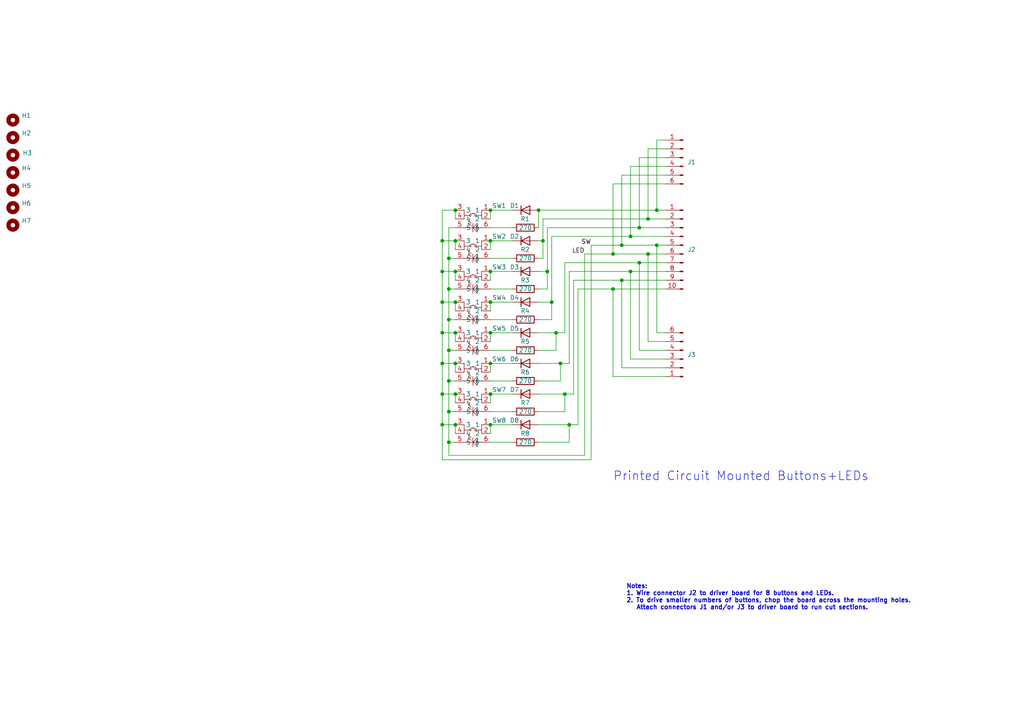
<source format=kicad_sch>
(kicad_sch (version 20211123) (generator eeschema)
  (paper "A4")
  (lib_symbols
    (symbol "Connector:Conn_01x06_Male" (pin_names (offset 1.016) hide)
      (property "Reference" "J" (at 0 7.62 0))
      (property "Value" "Conn_01x06_Male" (at 0 -10.16 0))
      (symbol "Conn_01x06_Male_1_1"
        (polyline (pts (xy 1.27 -7.62) (xy 0.8636 -7.62)) (stroke (width 0.1524)))
        (polyline (pts (xy 1.27 -5.08) (xy 0.8636 -5.08)) (stroke (width 0.1524)))
        (polyline (pts (xy 1.27 -2.54) (xy 0.8636 -2.54)) (stroke (width 0.1524)))
        (polyline (pts (xy 1.27 0) (xy 0.8636 0)) (stroke (width 0.1524)))
        (polyline (pts (xy 1.27 2.54) (xy 0.8636 2.54)) (stroke (width 0.1524)))
        (polyline (pts (xy 1.27 5.08) (xy 0.8636 5.08)) (stroke (width 0.1524)))
        (rectangle (start 0.8636 -7.493) (end 0 -7.747) (stroke (width 0.1524)) (fill (type outline)))
        (rectangle (start 0.8636 -4.953) (end 0 -5.207) (stroke (width 0.1524)) (fill (type outline)))
        (rectangle (start 0.8636 -2.413) (end 0 -2.667) (stroke (width 0.1524)) (fill (type outline)))
        (rectangle (start 0.8636 0.127) (end 0 -0.127) (stroke (width 0.1524)) (fill (type outline)))
        (rectangle (start 0.8636 2.667) (end 0 2.413) (stroke (width 0.1524)) (fill (type outline)))
        (rectangle (start 0.8636 5.207) (end 0 4.953) (stroke (width 0.1524)) (fill (type outline)))
        (pin passive line (at 5.08 5.08 180) (length 3.81) (name "Pin_1") (number "1"))
        (pin passive line (at 5.08 2.54 180) (length 3.81) (name "Pin_2") (number "2"))
        (pin passive line (at 5.08 0 180) (length 3.81) (name "Pin_3") (number "3"))
        (pin passive line (at 5.08 -2.54 180) (length 3.81) (name "Pin_4") (number "4"))
        (pin passive line (at 5.08 -5.08 180) (length 3.81) (name "Pin_5") (number "5"))
        (pin passive line (at 5.08 -7.62 180) (length 3.81) (name "Pin_6") (number "6"))
      )
    )
    (symbol "Connector:Conn_01x10_Male" (pin_names (offset 1.016) hide)
      (property "Reference" "J" (at 0 12.7 0))
      (property "Value" "Conn_01x10_Male" (at 0 -15.24 0))
      (symbol "Conn_01x10_Male_1_1"
        (polyline (pts (xy 1.27 -12.7) (xy 0.8636 -12.7)) (stroke (width 0.1524)))
        (polyline (pts (xy 1.27 -10.16) (xy 0.8636 -10.16)) (stroke (width 0.1524)))
        (polyline (pts (xy 1.27 -7.62) (xy 0.8636 -7.62)) (stroke (width 0.1524)))
        (polyline (pts (xy 1.27 -5.08) (xy 0.8636 -5.08)) (stroke (width 0.1524)))
        (polyline (pts (xy 1.27 -2.54) (xy 0.8636 -2.54)) (stroke (width 0.1524)))
        (polyline (pts (xy 1.27 0) (xy 0.8636 0)) (stroke (width 0.1524)))
        (polyline (pts (xy 1.27 2.54) (xy 0.8636 2.54)) (stroke (width 0.1524)))
        (polyline (pts (xy 1.27 5.08) (xy 0.8636 5.08)) (stroke (width 0.1524)))
        (polyline (pts (xy 1.27 7.62) (xy 0.8636 7.62)) (stroke (width 0.1524)))
        (polyline (pts (xy 1.27 10.16) (xy 0.8636 10.16)) (stroke (width 0.1524)))
        (rectangle (start 0.8636 -12.573) (end 0 -12.827) (stroke (width 0.1524)) (fill (type outline)))
        (rectangle (start 0.8636 -10.033) (end 0 -10.287) (stroke (width 0.1524)) (fill (type outline)))
        (rectangle (start 0.8636 -7.493) (end 0 -7.747) (stroke (width 0.1524)) (fill (type outline)))
        (rectangle (start 0.8636 -4.953) (end 0 -5.207) (stroke (width 0.1524)) (fill (type outline)))
        (rectangle (start 0.8636 -2.413) (end 0 -2.667) (stroke (width 0.1524)) (fill (type outline)))
        (rectangle (start 0.8636 0.127) (end 0 -0.127) (stroke (width 0.1524)) (fill (type outline)))
        (rectangle (start 0.8636 2.667) (end 0 2.413) (stroke (width 0.1524)) (fill (type outline)))
        (rectangle (start 0.8636 5.207) (end 0 4.953) (stroke (width 0.1524)) (fill (type outline)))
        (rectangle (start 0.8636 7.747) (end 0 7.493) (stroke (width 0.1524)) (fill (type outline)))
        (rectangle (start 0.8636 10.287) (end 0 10.033) (stroke (width 0.1524)) (fill (type outline)))
        (pin passive line (at 5.08 10.16 180) (length 3.81) (name "Pin_1") (number "1"))
        (pin passive line (at 5.08 -12.7 180) (length 3.81) (name "Pin_10") (number "10"))
        (pin passive line (at 5.08 7.62 180) (length 3.81) (name "Pin_2") (number "2"))
        (pin passive line (at 5.08 5.08 180) (length 3.81) (name "Pin_3") (number "3"))
        (pin passive line (at 5.08 2.54 180) (length 3.81) (name "Pin_4") (number "4"))
        (pin passive line (at 5.08 0 180) (length 3.81) (name "Pin_5") (number "5"))
        (pin passive line (at 5.08 -2.54 180) (length 3.81) (name "Pin_6") (number "6"))
        (pin passive line (at 5.08 -5.08 180) (length 3.81) (name "Pin_7") (number "7"))
        (pin passive line (at 5.08 -7.62 180) (length 3.81) (name "Pin_8") (number "8"))
        (pin passive line (at 5.08 -10.16 180) (length 3.81) (name "Pin_9") (number "9"))
      )
    )
    (symbol "Device:D" (pin_numbers hide) (pin_names (offset 1.016) hide)
      (property "Reference" "D" (at 0 2.54 0))
      (property "Value" "D" (at 0 -2.54 0))
      (symbol "D_0_1"
        (polyline (pts (xy -1.27 1.27) (xy -1.27 -1.27)) (stroke (width 0.254)))
        (polyline (pts (xy 1.27 0) (xy -1.27 0)))
        (polyline (pts (xy 1.27 1.27) (xy 1.27 -1.27) (xy -1.27 0) (xy 1.27 1.27)) (stroke (width 0.254)))
      )
      (symbol "D_1_1"
        (pin passive line (at -3.81 0 0) (length 2.54) (name "K") (number "1"))
        (pin passive line (at 3.81 0 180) (length 2.54) (name "A") (number "2"))
      )
    )
    (symbol "Device:R" (pin_numbers hide) (pin_names (offset 0))
      (property "Reference" "R" (at 2.032 0 90))
      (property "Value" "R" (at 0 0 90))
      (symbol "R_0_1"
        (rectangle (start -1.016 -2.54) (end 1.016 2.54) (stroke (width 0.254)))
      )
      (symbol "R_1_1"
        (pin passive line (at 0 3.81 270) (length 1.27) (name "~") (number "1"))
        (pin passive line (at 0 -3.81 90) (length 1.27) (name "~") (number "2"))
      )
    )
    (symbol "Mechanical:MountingHole" (pin_names (offset 1.016))
      (property "Reference" "H" (at 0 5.08 0))
      (property "Value" "MountingHole" (at 0 3.175 0))
      (symbol "MountingHole_0_1"
        (circle (center 0 0) (radius 1.27) (stroke (width 1.27)))
      )
    )
    (symbol "New_Library:SW_TACT_LED"
      (property "Reference" "SW" (at 0 -6.35 0))
      (property "Value" "SW_TACT_LED" (at 0 6.35 0))
      (symbol "SW_TACT_LED_0_1"
        (circle (center -0.762 1.016) (radius 0.254))
        (polyline (pts (xy -2.54 -2.54) (xy -1.27 -2.54)))
        (polyline (pts (xy -2.54 2.54) (xy -2.54 0)))
        (polyline (pts (xy -1.27 -1.524) (xy -1.27 -1.27)))
        (polyline (pts (xy -1.27 -1.27) (xy -1.016 -1.27)))
        (polyline (pts (xy -1.016 1.016) (xy -2.54 1.016)))
        (polyline (pts (xy -0.762 1.524) (xy 0.762 1.524)))
        (polyline (pts (xy 0 -1.27) (xy 0 -3.81)))
        (polyline (pts (xy 0 1.524) (xy 0 1.778)))
        (polyline (pts (xy 0 2.54) (xy 0 2.54)))
        (polyline (pts (xy 0 2.54) (xy 0 2.54)))
        (polyline (pts (xy 0 2.54) (xy 0 2.54)))
        (polyline (pts (xy 1.016 1.016) (xy 2.54 1.016)))
        (polyline (pts (xy 2.54 -2.54) (xy -1.27 -2.54)))
        (polyline (pts (xy 2.54 2.54) (xy 2.54 0)))
        (polyline (pts (xy -0.508 -2.032) (xy -1.27 -1.27) (xy -1.27 -1.524)))
        (polyline (pts (xy 1.27 -1.27) (xy 1.27 -3.81) (xy 0 -2.54) (xy 1.27 -1.27)))
        (polyline (pts (xy -0.508 -1.27) (xy -1.27 -0.508) (xy -1.27 -0.762) (xy -1.27 -0.508) (xy -1.016 -0.508)))
        (circle (center 0.762 1.016) (radius 0.254))
      )
      (symbol "SW_TACT_LED_1_1"
        (pin input line (at 5.08 2.54 180) (length 2.54) (name "1") (number "1"))
        (pin input line (at 5.08 0 180) (length 2.54) (name "2") (number "2"))
        (pin input line (at -5.08 2.54 0) (length 2.54) (name "3") (number "3"))
        (pin input line (at -5.08 0 0) (length 2.54) (name "4") (number "4"))
        (pin input line (at -5.08 -2.54 0) (length 2.54) (name "5") (number "5"))
        (pin input line (at 5.08 -2.54 180) (length 2.54) (name "6") (number "6"))
      )
    )
    (symbol "SW_TACT_LED_1"
      (property "Reference" "SW" (at 0 -6.35 0))
      (property "Value" "SW_TACT_LED_1" (at 0 6.35 0))
      (symbol "SW_TACT_LED_1_0_1"
        (circle (center -0.762 1.016) (radius 0.254))
        (polyline (pts (xy -2.54 -2.54) (xy -1.27 -2.54)))
        (polyline (pts (xy -2.54 2.54) (xy -2.54 0)))
        (polyline (pts (xy -1.27 -1.524) (xy -1.27 -1.27)))
        (polyline (pts (xy -1.27 -1.27) (xy -1.016 -1.27)))
        (polyline (pts (xy -1.016 1.016) (xy -2.54 1.016)))
        (polyline (pts (xy -0.762 1.524) (xy 0.762 1.524)))
        (polyline (pts (xy 0 -1.27) (xy 0 -3.81)))
        (polyline (pts (xy 0 1.524) (xy 0 1.778)))
        (polyline (pts (xy 0 2.54) (xy 0 2.54)))
        (polyline (pts (xy 0 2.54) (xy 0 2.54)))
        (polyline (pts (xy 0 2.54) (xy 0 2.54)))
        (polyline (pts (xy 1.016 1.016) (xy 2.54 1.016)))
        (polyline (pts (xy 2.54 -2.54) (xy -1.27 -2.54)))
        (polyline (pts (xy 2.54 2.54) (xy 2.54 0)))
        (polyline (pts (xy -0.508 -2.032) (xy -1.27 -1.27) (xy -1.27 -1.524)))
        (polyline (pts (xy 1.27 -1.27) (xy 1.27 -3.81) (xy 0 -2.54) (xy 1.27 -1.27)))
        (polyline (pts (xy -0.508 -1.27) (xy -1.27 -0.508) (xy -1.27 -0.762) (xy -1.27 -0.508) (xy -1.016 -0.508)))
        (circle (center 0.762 1.016) (radius 0.254))
      )
      (symbol "SW_TACT_LED_1_1_1"
        (pin input line (at 5.08 2.54 180) (length 2.54) (name "1") (number "1"))
        (pin input line (at 5.08 0 180) (length 2.54) (name "2") (number "2"))
        (pin input line (at -5.08 2.54 0) (length 2.54) (name "3") (number "3"))
        (pin input line (at -5.08 0 0) (length 2.54) (name "4") (number "4"))
        (pin input line (at -5.08 -2.54 0) (length 2.54) (name "5") (number "5"))
        (pin input line (at 5.08 -2.54 180) (length 2.54) (name "6") (number "6"))
      )
    )
    (symbol "SW_TACT_LED_2"
      (property "Reference" "SW" (at 0 -6.35 0))
      (property "Value" "SW_TACT_LED_2" (at 0 6.35 0))
      (symbol "SW_TACT_LED_2_0_1"
        (circle (center -0.762 1.016) (radius 0.254))
        (polyline (pts (xy -2.54 -2.54) (xy -1.27 -2.54)))
        (polyline (pts (xy -2.54 2.54) (xy -2.54 0)))
        (polyline (pts (xy -1.27 -1.524) (xy -1.27 -1.27)))
        (polyline (pts (xy -1.27 -1.27) (xy -1.016 -1.27)))
        (polyline (pts (xy -1.016 1.016) (xy -2.54 1.016)))
        (polyline (pts (xy -0.762 1.524) (xy 0.762 1.524)))
        (polyline (pts (xy 0 -1.27) (xy 0 -3.81)))
        (polyline (pts (xy 0 1.524) (xy 0 1.778)))
        (polyline (pts (xy 0 2.54) (xy 0 2.54)))
        (polyline (pts (xy 0 2.54) (xy 0 2.54)))
        (polyline (pts (xy 0 2.54) (xy 0 2.54)))
        (polyline (pts (xy 1.016 1.016) (xy 2.54 1.016)))
        (polyline (pts (xy 2.54 -2.54) (xy -1.27 -2.54)))
        (polyline (pts (xy 2.54 2.54) (xy 2.54 0)))
        (polyline (pts (xy -0.508 -2.032) (xy -1.27 -1.27) (xy -1.27 -1.524)))
        (polyline (pts (xy 1.27 -1.27) (xy 1.27 -3.81) (xy 0 -2.54) (xy 1.27 -1.27)))
        (polyline (pts (xy -0.508 -1.27) (xy -1.27 -0.508) (xy -1.27 -0.762) (xy -1.27 -0.508) (xy -1.016 -0.508)))
        (circle (center 0.762 1.016) (radius 0.254))
      )
      (symbol "SW_TACT_LED_2_1_1"
        (pin input line (at 5.08 2.54 180) (length 2.54) (name "1") (number "1"))
        (pin input line (at 5.08 0 180) (length 2.54) (name "2") (number "2"))
        (pin input line (at -5.08 2.54 0) (length 2.54) (name "3") (number "3"))
        (pin input line (at -5.08 0 0) (length 2.54) (name "4") (number "4"))
        (pin input line (at -5.08 -2.54 0) (length 2.54) (name "5") (number "5"))
        (pin input line (at 5.08 -2.54 180) (length 2.54) (name "6") (number "6"))
      )
    )
    (symbol "SW_TACT_LED_3"
      (property "Reference" "SW" (at 0 -6.35 0))
      (property "Value" "SW_TACT_LED_3" (at 0 6.35 0))
      (symbol "SW_TACT_LED_3_0_1"
        (circle (center -0.762 1.016) (radius 0.254))
        (polyline (pts (xy -2.54 -2.54) (xy -1.27 -2.54)))
        (polyline (pts (xy -2.54 2.54) (xy -2.54 0)))
        (polyline (pts (xy -1.27 -1.524) (xy -1.27 -1.27)))
        (polyline (pts (xy -1.27 -1.27) (xy -1.016 -1.27)))
        (polyline (pts (xy -1.016 1.016) (xy -2.54 1.016)))
        (polyline (pts (xy -0.762 1.524) (xy 0.762 1.524)))
        (polyline (pts (xy 0 -1.27) (xy 0 -3.81)))
        (polyline (pts (xy 0 1.524) (xy 0 1.778)))
        (polyline (pts (xy 0 2.54) (xy 0 2.54)))
        (polyline (pts (xy 0 2.54) (xy 0 2.54)))
        (polyline (pts (xy 0 2.54) (xy 0 2.54)))
        (polyline (pts (xy 1.016 1.016) (xy 2.54 1.016)))
        (polyline (pts (xy 2.54 -2.54) (xy -1.27 -2.54)))
        (polyline (pts (xy 2.54 2.54) (xy 2.54 0)))
        (polyline (pts (xy -0.508 -2.032) (xy -1.27 -1.27) (xy -1.27 -1.524)))
        (polyline (pts (xy 1.27 -1.27) (xy 1.27 -3.81) (xy 0 -2.54) (xy 1.27 -1.27)))
        (polyline (pts (xy -0.508 -1.27) (xy -1.27 -0.508) (xy -1.27 -0.762) (xy -1.27 -0.508) (xy -1.016 -0.508)))
        (circle (center 0.762 1.016) (radius 0.254))
      )
      (symbol "SW_TACT_LED_3_1_1"
        (pin input line (at 5.08 2.54 180) (length 2.54) (name "1") (number "1"))
        (pin input line (at 5.08 0 180) (length 2.54) (name "2") (number "2"))
        (pin input line (at -5.08 2.54 0) (length 2.54) (name "3") (number "3"))
        (pin input line (at -5.08 0 0) (length 2.54) (name "4") (number "4"))
        (pin input line (at -5.08 -2.54 0) (length 2.54) (name "5") (number "5"))
        (pin input line (at 5.08 -2.54 180) (length 2.54) (name "6") (number "6"))
      )
    )
    (symbol "SW_TACT_LED_4"
      (property "Reference" "SW" (at 0 -6.35 0))
      (property "Value" "SW_TACT_LED_4" (at 0 6.35 0))
      (symbol "SW_TACT_LED_4_0_1"
        (circle (center -0.762 1.016) (radius 0.254))
        (polyline (pts (xy -2.54 -2.54) (xy -1.27 -2.54)))
        (polyline (pts (xy -2.54 2.54) (xy -2.54 0)))
        (polyline (pts (xy -1.27 -1.524) (xy -1.27 -1.27)))
        (polyline (pts (xy -1.27 -1.27) (xy -1.016 -1.27)))
        (polyline (pts (xy -1.016 1.016) (xy -2.54 1.016)))
        (polyline (pts (xy -0.762 1.524) (xy 0.762 1.524)))
        (polyline (pts (xy 0 -1.27) (xy 0 -3.81)))
        (polyline (pts (xy 0 1.524) (xy 0 1.778)))
        (polyline (pts (xy 0 2.54) (xy 0 2.54)))
        (polyline (pts (xy 0 2.54) (xy 0 2.54)))
        (polyline (pts (xy 0 2.54) (xy 0 2.54)))
        (polyline (pts (xy 1.016 1.016) (xy 2.54 1.016)))
        (polyline (pts (xy 2.54 -2.54) (xy -1.27 -2.54)))
        (polyline (pts (xy 2.54 2.54) (xy 2.54 0)))
        (polyline (pts (xy -0.508 -2.032) (xy -1.27 -1.27) (xy -1.27 -1.524)))
        (polyline (pts (xy 1.27 -1.27) (xy 1.27 -3.81) (xy 0 -2.54) (xy 1.27 -1.27)))
        (polyline (pts (xy -0.508 -1.27) (xy -1.27 -0.508) (xy -1.27 -0.762) (xy -1.27 -0.508) (xy -1.016 -0.508)))
        (circle (center 0.762 1.016) (radius 0.254))
      )
      (symbol "SW_TACT_LED_4_1_1"
        (pin input line (at 5.08 2.54 180) (length 2.54) (name "1") (number "1"))
        (pin input line (at 5.08 0 180) (length 2.54) (name "2") (number "2"))
        (pin input line (at -5.08 2.54 0) (length 2.54) (name "3") (number "3"))
        (pin input line (at -5.08 0 0) (length 2.54) (name "4") (number "4"))
        (pin input line (at -5.08 -2.54 0) (length 2.54) (name "5") (number "5"))
        (pin input line (at 5.08 -2.54 180) (length 2.54) (name "6") (number "6"))
      )
    )
    (symbol "SW_TACT_LED_5"
      (property "Reference" "SW" (at 0 -6.35 0))
      (property "Value" "SW_TACT_LED_5" (at 0 6.35 0))
      (symbol "SW_TACT_LED_5_0_1"
        (circle (center -0.762 1.016) (radius 0.254))
        (polyline (pts (xy -2.54 -2.54) (xy -1.27 -2.54)))
        (polyline (pts (xy -2.54 2.54) (xy -2.54 0)))
        (polyline (pts (xy -1.27 -1.524) (xy -1.27 -1.27)))
        (polyline (pts (xy -1.27 -1.27) (xy -1.016 -1.27)))
        (polyline (pts (xy -1.016 1.016) (xy -2.54 1.016)))
        (polyline (pts (xy -0.762 1.524) (xy 0.762 1.524)))
        (polyline (pts (xy 0 -1.27) (xy 0 -3.81)))
        (polyline (pts (xy 0 1.524) (xy 0 1.778)))
        (polyline (pts (xy 0 2.54) (xy 0 2.54)))
        (polyline (pts (xy 0 2.54) (xy 0 2.54)))
        (polyline (pts (xy 0 2.54) (xy 0 2.54)))
        (polyline (pts (xy 1.016 1.016) (xy 2.54 1.016)))
        (polyline (pts (xy 2.54 -2.54) (xy -1.27 -2.54)))
        (polyline (pts (xy 2.54 2.54) (xy 2.54 0)))
        (polyline (pts (xy -0.508 -2.032) (xy -1.27 -1.27) (xy -1.27 -1.524)))
        (polyline (pts (xy 1.27 -1.27) (xy 1.27 -3.81) (xy 0 -2.54) (xy 1.27 -1.27)))
        (polyline (pts (xy -0.508 -1.27) (xy -1.27 -0.508) (xy -1.27 -0.762) (xy -1.27 -0.508) (xy -1.016 -0.508)))
        (circle (center 0.762 1.016) (radius 0.254))
      )
      (symbol "SW_TACT_LED_5_1_1"
        (pin input line (at 5.08 2.54 180) (length 2.54) (name "1") (number "1"))
        (pin input line (at 5.08 0 180) (length 2.54) (name "2") (number "2"))
        (pin input line (at -5.08 2.54 0) (length 2.54) (name "3") (number "3"))
        (pin input line (at -5.08 0 0) (length 2.54) (name "4") (number "4"))
        (pin input line (at -5.08 -2.54 0) (length 2.54) (name "5") (number "5"))
        (pin input line (at 5.08 -2.54 180) (length 2.54) (name "6") (number "6"))
      )
    )
    (symbol "SW_TACT_LED_6"
      (property "Reference" "SW" (at 0 -6.35 0))
      (property "Value" "SW_TACT_LED_6" (at 0 6.35 0))
      (symbol "SW_TACT_LED_6_0_1"
        (circle (center -0.762 1.016) (radius 0.254))
        (polyline (pts (xy -2.54 -2.54) (xy -1.27 -2.54)))
        (polyline (pts (xy -2.54 2.54) (xy -2.54 0)))
        (polyline (pts (xy -1.27 -1.524) (xy -1.27 -1.27)))
        (polyline (pts (xy -1.27 -1.27) (xy -1.016 -1.27)))
        (polyline (pts (xy -1.016 1.016) (xy -2.54 1.016)))
        (polyline (pts (xy -0.762 1.524) (xy 0.762 1.524)))
        (polyline (pts (xy 0 -1.27) (xy 0 -3.81)))
        (polyline (pts (xy 0 1.524) (xy 0 1.778)))
        (polyline (pts (xy 0 2.54) (xy 0 2.54)))
        (polyline (pts (xy 0 2.54) (xy 0 2.54)))
        (polyline (pts (xy 0 2.54) (xy 0 2.54)))
        (polyline (pts (xy 1.016 1.016) (xy 2.54 1.016)))
        (polyline (pts (xy 2.54 -2.54) (xy -1.27 -2.54)))
        (polyline (pts (xy 2.54 2.54) (xy 2.54 0)))
        (polyline (pts (xy -0.508 -2.032) (xy -1.27 -1.27) (xy -1.27 -1.524)))
        (polyline (pts (xy 1.27 -1.27) (xy 1.27 -3.81) (xy 0 -2.54) (xy 1.27 -1.27)))
        (polyline (pts (xy -0.508 -1.27) (xy -1.27 -0.508) (xy -1.27 -0.762) (xy -1.27 -0.508) (xy -1.016 -0.508)))
        (circle (center 0.762 1.016) (radius 0.254))
      )
      (symbol "SW_TACT_LED_6_1_1"
        (pin input line (at 5.08 2.54 180) (length 2.54) (name "1") (number "1"))
        (pin input line (at 5.08 0 180) (length 2.54) (name "2") (number "2"))
        (pin input line (at -5.08 2.54 0) (length 2.54) (name "3") (number "3"))
        (pin input line (at -5.08 0 0) (length 2.54) (name "4") (number "4"))
        (pin input line (at -5.08 -2.54 0) (length 2.54) (name "5") (number "5"))
        (pin input line (at 5.08 -2.54 180) (length 2.54) (name "6") (number "6"))
      )
    )
    (symbol "SW_TACT_LED_7"
      (property "Reference" "SW" (at 0 -6.35 0))
      (property "Value" "SW_TACT_LED_7" (at 0 6.35 0))
      (symbol "SW_TACT_LED_7_0_1"
        (circle (center -0.762 1.016) (radius 0.254))
        (polyline (pts (xy -2.54 -2.54) (xy -1.27 -2.54)))
        (polyline (pts (xy -2.54 2.54) (xy -2.54 0)))
        (polyline (pts (xy -1.27 -1.524) (xy -1.27 -1.27)))
        (polyline (pts (xy -1.27 -1.27) (xy -1.016 -1.27)))
        (polyline (pts (xy -1.016 1.016) (xy -2.54 1.016)))
        (polyline (pts (xy -0.762 1.524) (xy 0.762 1.524)))
        (polyline (pts (xy 0 -1.27) (xy 0 -3.81)))
        (polyline (pts (xy 0 1.524) (xy 0 1.778)))
        (polyline (pts (xy 0 2.54) (xy 0 2.54)))
        (polyline (pts (xy 0 2.54) (xy 0 2.54)))
        (polyline (pts (xy 0 2.54) (xy 0 2.54)))
        (polyline (pts (xy 1.016 1.016) (xy 2.54 1.016)))
        (polyline (pts (xy 2.54 -2.54) (xy -1.27 -2.54)))
        (polyline (pts (xy 2.54 2.54) (xy 2.54 0)))
        (polyline (pts (xy -0.508 -2.032) (xy -1.27 -1.27) (xy -1.27 -1.524)))
        (polyline (pts (xy 1.27 -1.27) (xy 1.27 -3.81) (xy 0 -2.54) (xy 1.27 -1.27)))
        (polyline (pts (xy -0.508 -1.27) (xy -1.27 -0.508) (xy -1.27 -0.762) (xy -1.27 -0.508) (xy -1.016 -0.508)))
        (circle (center 0.762 1.016) (radius 0.254))
      )
      (symbol "SW_TACT_LED_7_1_1"
        (pin input line (at 5.08 2.54 180) (length 2.54) (name "1") (number "1"))
        (pin input line (at 5.08 0 180) (length 2.54) (name "2") (number "2"))
        (pin input line (at -5.08 2.54 0) (length 2.54) (name "3") (number "3"))
        (pin input line (at -5.08 0 0) (length 2.54) (name "4") (number "4"))
        (pin input line (at -5.08 -2.54 0) (length 2.54) (name "5") (number "5"))
        (pin input line (at 5.08 -2.54 180) (length 2.54) (name "6") (number "6"))
      )
    )
  )
  (junction (at 130.175 74.93))
  (junction (at 187.96 73.66))
  (junction (at 130.175 92.71))
  (junction (at 142.24 114.3))
  (junction (at 165.1 123.19))
  (junction (at 130.175 83.82))
  (junction (at 157.48 69.85))
  (junction (at 156.21 60.96))
  (junction (at 177.8 83.82))
  (junction (at 128.27 96.52))
  (junction (at 180.34 71.12))
  (junction (at 142.24 69.85))
  (junction (at 132.08 87.63))
  (junction (at 161.29 96.52))
  (junction (at 163.83 114.3))
  (junction (at 130.175 101.6))
  (junction (at 142.24 123.19))
  (junction (at 142.24 60.96))
  (junction (at 132.08 105.41))
  (junction (at 128.27 114.3))
  (junction (at 132.08 78.74))
  (junction (at 180.34 81.28))
  (junction (at 190.5 60.96))
  (junction (at 130.175 110.49))
  (junction (at 162.56 105.41))
  (junction (at 160.02 87.63))
  (junction (at 185.42 66.04))
  (junction (at 128.27 105.41))
  (junction (at 142.24 105.41))
  (junction (at 132.08 60.96))
  (junction (at 177.8 73.66))
  (junction (at 182.88 68.58))
  (junction (at 132.08 114.3))
  (junction (at 190.5 71.12))
  (junction (at 128.27 123.19))
  (junction (at 130.175 119.38))
  (junction (at 142.24 87.63))
  (junction (at 132.08 123.19))
  (junction (at 158.75 78.74))
  (junction (at 142.24 78.74))
  (junction (at 132.08 69.85))
  (junction (at 128.27 78.74))
  (junction (at 187.96 63.5))
  (junction (at 132.08 96.52))
  (junction (at 128.27 87.63))
  (junction (at 142.24 96.52))
  (junction (at 185.42 76.2))
  (junction (at 128.27 69.85))
  (junction (at 130.175 128.27))
  (junction (at 182.88 78.74))
  (wire (pts (xy 185.42 66.04) (xy 193.04 66.04)))
  (wire (pts (xy 166.37 81.28) (xy 180.34 81.28)))
  (wire (pts (xy 165.1 123.19) (xy 165.1 128.27)))
  (wire (pts (xy 132.08 105.41) (xy 132.08 107.95)))
  (wire (pts (xy 187.96 73.66) (xy 193.04 73.66)))
  (wire (pts (xy 130.175 119.38) (xy 132.08 119.38)))
  (wire (pts (xy 128.27 87.63) (xy 128.27 96.52)))
  (wire (pts (xy 130.175 74.93) (xy 132.08 74.93)))
  (wire (pts (xy 187.96 73.66) (xy 187.96 99.06)))
  (wire (pts (xy 128.27 96.52) (xy 128.27 105.41)))
  (wire (pts (xy 128.27 133.35) (xy 171.45 133.35)))
  (wire (pts (xy 182.88 68.58) (xy 193.04 68.58)))
  (wire (pts (xy 193.04 106.68) (xy 180.34 106.68)))
  (wire (pts (xy 130.175 110.49) (xy 132.08 110.49)))
  (wire (pts (xy 128.27 69.85) (xy 128.27 78.74)))
  (wire (pts (xy 128.27 114.3) (xy 132.08 114.3)))
  (wire (pts (xy 142.24 83.82) (xy 148.59 83.82)))
  (wire (pts (xy 156.21 114.3) (xy 163.83 114.3)))
  (wire (pts (xy 132.08 60.96) (xy 132.08 63.5)))
  (wire (pts (xy 156.21 123.19) (xy 165.1 123.19)))
  (wire (pts (xy 190.5 71.12) (xy 193.04 71.12)))
  (wire (pts (xy 142.24 87.63) (xy 142.24 90.17)))
  (wire (pts (xy 167.64 123.19) (xy 165.1 123.19)))
  (wire (pts (xy 142.24 60.96) (xy 148.59 60.96)))
  (wire (pts (xy 162.56 105.41) (xy 165.1 105.41)))
  (wire (pts (xy 142.24 101.6) (xy 148.59 101.6)))
  (wire (pts (xy 185.42 101.6) (xy 193.04 101.6)))
  (wire (pts (xy 156.21 60.96) (xy 190.5 60.96)))
  (wire (pts (xy 163.83 119.38) (xy 163.83 114.3)))
  (wire (pts (xy 193.04 45.72) (xy 185.42 45.72)))
  (wire (pts (xy 132.08 87.63) (xy 132.08 90.17)))
  (wire (pts (xy 185.42 45.72) (xy 185.42 66.04)))
  (wire (pts (xy 187.96 43.18) (xy 193.04 43.18)))
  (wire (pts (xy 142.24 128.27) (xy 148.59 128.27)))
  (wire (pts (xy 185.42 76.2) (xy 193.04 76.2)))
  (wire (pts (xy 142.24 123.19) (xy 148.59 123.19)))
  (wire (pts (xy 167.64 83.82) (xy 167.64 123.19)))
  (wire (pts (xy 132.08 78.74) (xy 132.08 81.28)))
  (wire (pts (xy 165.1 105.41) (xy 165.1 78.74)))
  (wire (pts (xy 130.175 128.27) (xy 132.08 128.27)))
  (wire (pts (xy 169.545 132.08) (xy 169.545 73.66)))
  (wire (pts (xy 193.04 96.52) (xy 190.5 96.52)))
  (wire (pts (xy 128.27 60.96) (xy 128.27 69.85)))
  (wire (pts (xy 130.175 101.6) (xy 132.08 101.6)))
  (wire (pts (xy 130.175 74.93) (xy 130.175 66.04)))
  (wire (pts (xy 130.175 83.82) (xy 132.08 83.82)))
  (wire (pts (xy 142.24 74.93) (xy 148.59 74.93)))
  (wire (pts (xy 187.96 63.5) (xy 187.96 43.18)))
  (wire (pts (xy 193.04 50.8) (xy 180.34 50.8)))
  (wire (pts (xy 156.21 69.85) (xy 157.48 69.85)))
  (wire (pts (xy 130.175 83.82) (xy 130.175 74.93)))
  (wire (pts (xy 187.96 99.06) (xy 193.04 99.06)))
  (wire (pts (xy 142.24 60.96) (xy 142.24 63.5)))
  (wire (pts (xy 156.21 78.74) (xy 158.75 78.74)))
  (wire (pts (xy 130.175 66.04) (xy 132.08 66.04)))
  (wire (pts (xy 158.75 66.04) (xy 185.42 66.04)))
  (wire (pts (xy 177.8 53.34) (xy 177.8 73.66)))
  (wire (pts (xy 167.64 83.82) (xy 177.8 83.82)))
  (wire (pts (xy 158.75 78.74) (xy 158.75 83.82)))
  (wire (pts (xy 142.24 69.85) (xy 142.24 72.39)))
  (wire (pts (xy 156.21 74.93) (xy 157.48 74.93)))
  (wire (pts (xy 128.27 105.41) (xy 128.27 114.3)))
  (wire (pts (xy 180.34 50.8) (xy 180.34 71.12)))
  (wire (pts (xy 180.34 106.68) (xy 180.34 81.28)))
  (wire (pts (xy 157.48 63.5) (xy 187.96 63.5)))
  (wire (pts (xy 142.24 114.3) (xy 148.59 114.3)))
  (wire (pts (xy 157.48 63.5) (xy 157.48 69.85)))
  (wire (pts (xy 193.04 48.26) (xy 182.88 48.26)))
  (wire (pts (xy 156.21 105.41) (xy 162.56 105.41)))
  (wire (pts (xy 128.27 78.74) (xy 128.27 87.63)))
  (wire (pts (xy 132.715 69.85) (xy 132.08 69.85)))
  (wire (pts (xy 142.24 119.38) (xy 148.59 119.38)))
  (wire (pts (xy 156.21 128.27) (xy 165.1 128.27)))
  (wire (pts (xy 157.48 69.85) (xy 157.48 74.93)))
  (wire (pts (xy 193.04 109.22) (xy 177.8 109.22)))
  (wire (pts (xy 182.88 104.14) (xy 193.04 104.14)))
  (wire (pts (xy 142.24 87.63) (xy 148.59 87.63)))
  (wire (pts (xy 142.24 78.74) (xy 142.24 81.28)))
  (wire (pts (xy 142.24 78.74) (xy 148.59 78.74)))
  (wire (pts (xy 128.27 96.52) (xy 132.08 96.52)))
  (wire (pts (xy 177.8 83.82) (xy 193.04 83.82)))
  (wire (pts (xy 130.175 110.49) (xy 130.175 101.6)))
  (wire (pts (xy 130.175 92.71) (xy 130.175 83.82)))
  (wire (pts (xy 160.02 87.63) (xy 160.02 92.71)))
  (wire (pts (xy 142.24 96.52) (xy 142.24 99.06)))
  (wire (pts (xy 171.45 71.12) (xy 180.34 71.12)))
  (wire (pts (xy 171.45 133.35) (xy 171.45 71.12)))
  (wire (pts (xy 142.24 110.49) (xy 148.59 110.49)))
  (wire (pts (xy 130.175 132.08) (xy 169.545 132.08)))
  (wire (pts (xy 142.24 105.41) (xy 148.59 105.41)))
  (wire (pts (xy 163.83 76.2) (xy 185.42 76.2)))
  (wire (pts (xy 185.42 76.2) (xy 185.42 101.6)))
  (wire (pts (xy 161.29 96.52) (xy 161.29 101.6)))
  (wire (pts (xy 132.08 114.3) (xy 132.08 116.84)))
  (wire (pts (xy 187.96 63.5) (xy 193.04 63.5)))
  (wire (pts (xy 190.5 60.96) (xy 193.04 60.96)))
  (wire (pts (xy 132.08 69.85) (xy 132.08 72.39)))
  (wire (pts (xy 130.175 119.38) (xy 130.175 110.49)))
  (wire (pts (xy 132.08 69.85) (xy 128.27 69.85)))
  (wire (pts (xy 180.34 71.12) (xy 190.5 71.12)))
  (wire (pts (xy 182.88 48.26) (xy 182.88 68.58)))
  (wire (pts (xy 132.08 60.96) (xy 128.27 60.96)))
  (wire (pts (xy 130.175 101.6) (xy 130.175 92.71)))
  (wire (pts (xy 132.08 96.52) (xy 132.08 99.06)))
  (wire (pts (xy 177.8 53.34) (xy 193.04 53.34)))
  (wire (pts (xy 128.27 123.19) (xy 128.27 133.35)))
  (wire (pts (xy 128.27 123.19) (xy 132.08 123.19)))
  (wire (pts (xy 182.88 78.74) (xy 182.88 104.14)))
  (wire (pts (xy 142.24 114.3) (xy 142.24 116.84)))
  (wire (pts (xy 142.24 66.04) (xy 148.59 66.04)))
  (wire (pts (xy 180.34 81.28) (xy 193.04 81.28)))
  (wire (pts (xy 156.21 87.63) (xy 160.02 87.63)))
  (wire (pts (xy 182.88 78.74) (xy 193.04 78.74)))
  (wire (pts (xy 161.29 101.6) (xy 156.21 101.6)))
  (wire (pts (xy 190.5 40.64) (xy 193.04 40.64)))
  (wire (pts (xy 162.56 105.41) (xy 162.56 110.49)))
  (wire (pts (xy 156.21 60.96) (xy 156.21 66.04)))
  (wire (pts (xy 163.83 114.3) (xy 166.37 114.3)))
  (wire (pts (xy 130.175 92.71) (xy 132.08 92.71)))
  (wire (pts (xy 177.8 73.66) (xy 187.96 73.66)))
  (wire (pts (xy 142.24 69.85) (xy 148.59 69.85)))
  (wire (pts (xy 156.21 110.49) (xy 162.56 110.49)))
  (wire (pts (xy 128.27 78.74) (xy 132.08 78.74)))
  (wire (pts (xy 169.545 73.66) (xy 177.8 73.66)))
  (wire (pts (xy 165.1 78.74) (xy 182.88 78.74)))
  (wire (pts (xy 177.8 109.22) (xy 177.8 83.82)))
  (wire (pts (xy 142.24 123.19) (xy 142.24 125.73)))
  (wire (pts (xy 130.175 128.27) (xy 130.175 119.38)))
  (wire (pts (xy 166.37 114.3) (xy 166.37 81.28)))
  (wire (pts (xy 132.08 123.19) (xy 132.08 125.73)))
  (wire (pts (xy 156.21 92.71) (xy 160.02 92.71)))
  (wire (pts (xy 142.24 105.41) (xy 142.24 107.95)))
  (wire (pts (xy 128.27 114.3) (xy 128.27 123.19)))
  (wire (pts (xy 128.27 87.63) (xy 132.08 87.63)))
  (wire (pts (xy 190.5 40.64) (xy 190.5 60.96)))
  (wire (pts (xy 160.02 68.58) (xy 182.88 68.58)))
  (wire (pts (xy 142.24 96.52) (xy 148.59 96.52)))
  (wire (pts (xy 158.75 66.04) (xy 158.75 78.74)))
  (wire (pts (xy 161.29 96.52) (xy 163.83 96.52)))
  (wire (pts (xy 128.27 105.41) (xy 132.08 105.41)))
  (wire (pts (xy 142.24 92.71) (xy 148.59 92.71)))
  (wire (pts (xy 156.21 119.38) (xy 163.83 119.38)))
  (wire (pts (xy 130.175 128.27) (xy 130.175 132.08)))
  (wire (pts (xy 156.21 83.82) (xy 158.75 83.82)))
  (wire (pts (xy 190.5 71.12) (xy 190.5 96.52)))
  (wire (pts (xy 163.83 96.52) (xy 163.83 76.2)))
  (wire (pts (xy 160.02 68.58) (xy 160.02 87.63)))
  (wire (pts (xy 156.21 96.52) (xy 161.29 96.52)))
  (text "Printed Circuit Mounted Buttons+LEDs" (at 177.8 139.7 0) (effects (font (size 2.54 2.54)) (justify left bottom)))
  (text "Notes:\n1. Wire connector J2 to driver board for 8 buttons and LEDs.\n2. To drive smaller numbers of buttons, chop the board across the mounting holes.\n   Attach connectors J1 and/or J3 to driver board to run cut sections.\n   \n" (at 181.61 179.07 0) (effects (font (size 1.27 1.27) (thickness 0.254) bold) (justify left bottom)))
  (label "LED" (at 169.545 73.6854 180))
  (label "SW" (at 171.45 71.1454 180))
  (symbol (lib_id "Device:R") (at 152.4 101.6 90) (unit 1)
    (property "Reference" "R5" (at 153.67 99.06 90) (effects (justify left)))
    (property "Value" "270" (at 154.305 101.6 90) (effects (justify left)))
    (property "Footprint" "Resistor_SMD:R_0805_2012Metric_Pad1.20x1.40mm_HandSolder" (effects hide))
  )
  (symbol (lib_id "Device:R") (at 152.4 128.27 90) (unit 1)
    (property "Reference" "R8" (at 153.67 125.73 90) (effects (justify left)))
    (property "Value" "270" (at 154.305 128.27 90) (effects (justify left)))
    (property "Footprint" "Resistor_SMD:R_0805_2012Metric_Pad1.20x1.40mm_HandSolder" (effects hide))
  )
  (symbol (lib_name "SW_TACT_LED_2") (lib_id "New_Library:SW_TACT_LED") (at 137.16 72.39 0) (unit 1)
    (property "Reference" "SW2" (at 144.78 68.58 0))
    (property "Value" "SW_TACT_LED" (effects hide))
    (property "Footprint" "New_Library_fp:TS12_TS27" (effects hide))
  )
  (symbol (lib_id "Device:D") (at 152.4 105.41 0) (unit 1)
    (property "Reference" "D6" (at 149.225 104.14 0))
    (property "Value" "1N4148" (effects hide))
    (property "Footprint" "Diode_SMD:D_SOD-123" (effects hide))
  )
  (symbol (lib_id "Device:R") (at 152.4 66.04 90) (unit 1)
    (property "Reference" "R1" (at 153.67 63.5 90) (effects (justify left)))
    (property "Value" "270" (at 154.305 66.04 90) (effects (justify left)))
    (property "Footprint" "Resistor_SMD:R_0805_2012Metric_Pad1.20x1.40mm_HandSolder" (effects hide))
  )
  (symbol (lib_name "SW_TACT_LED_5") (lib_id "New_Library:SW_TACT_LED") (at 137.16 63.5 0) (unit 1)
    (property "Reference" "SW1" (at 144.78 59.69 0))
    (property "Value" "SW_TACT_LED" (effects hide))
    (property "Footprint" "New_Library_fp:TS12_TS27" (effects hide))
  )
  (symbol (lib_id "Mechanical:MountingHole") (at 3.7338 50.0634 0) (unit 1)
    (property "Reference" "H4" (at 6.2738 48.7933 0) (effects (justify left)))
    (property "Value" "MountingHole" (effects hide))
    (property "Footprint" "MountingHole:MountingHole_2.7mm_M2.5" (effects hide))
  )
  (symbol (lib_name "SW_TACT_LED_1") (lib_id "New_Library:SW_TACT_LED") (at 137.16 81.28 0) (unit 1)
    (property "Reference" "SW3" (at 144.78 77.47 0))
    (property "Value" "SW_TACT_LED" (effects hide))
    (property "Footprint" "New_Library_fp:TS12_TS27" (effects hide))
  )
  (symbol (lib_id "Mechanical:MountingHole") (at 3.7338 44.9834 0) (unit 1)
    (property "Reference" "H3" (at 6.5278 44.3484 0) (effects (justify left)))
    (property "Value" "MountingHole" (effects hide))
    (property "Footprint" "MountingHole:MountingHole_2.7mm_M2.5" (effects hide))
  )
  (symbol (lib_id "New_Library:SW_TACT_LED") (at 137.16 116.84 0) (unit 1)
    (property "Reference" "SW7" (at 144.78 113.03 0))
    (property "Value" "SW_TACT_LED" (effects hide))
    (property "Footprint" "New_Library_fp:TS12_TS27" (effects hide))
  )
  (symbol (lib_id "Device:D") (at 152.4 69.85 0) (unit 1)
    (property "Reference" "D2" (at 149.225 68.58 0))
    (property "Value" "1N4148" (effects hide))
    (property "Footprint" "Diode_SMD:D_SOD-123" (effects hide))
  )
  (symbol (lib_id "Device:R") (at 152.4 92.71 90) (unit 1)
    (property "Reference" "R4" (at 153.67 90.17 90) (effects (justify left)))
    (property "Value" "270" (at 154.305 92.71 90) (effects (justify left)))
    (property "Footprint" "Resistor_SMD:R_0805_2012Metric_Pad1.20x1.40mm_HandSolder" (effects hide))
  )
  (symbol (lib_id "Mechanical:MountingHole") (at 3.7338 55.1434 0) (unit 1)
    (property "Reference" "H5" (at 6.2738 53.8733 0) (effects (justify left)))
    (property "Value" "MountingHole" (effects hide))
    (property "Footprint" "MountingHole:MountingHole_2.7mm_M2.5" (effects hide))
  )
  (symbol (lib_id "Connector:Conn_01x10_Male") (at 198.12 71.12 0) (mirror y) (unit 1)
    (property "Reference" "J2" (at 199.39 72.3899 0) (effects (justify right)))
    (property "Value" "Conn_01x10_Male" (effects hide))
    (property "Footprint" "Connector_PinHeader_2.54mm:PinHeader_1x10_P2.54mm_Vertical" (effects hide))
  )
  (symbol (lib_id "Device:D") (at 152.4 87.63 0) (unit 1)
    (property "Reference" "D4" (at 149.225 86.36 0))
    (property "Value" "1N4148" (effects hide))
    (property "Footprint" "Diode_SMD:D_SOD-123" (effects hide))
  )
  (symbol (lib_id "Connector:Conn_01x06_Male") (at 198.12 104.14 180) (unit 1)
    (property "Reference" "J3" (at 199.39 102.8699 0) (effects (justify right)))
    (property "Value" "Conn_01x06_Male" (effects hide))
    (property "Footprint" "Connector_PinHeader_2.54mm:PinHeader_1x06_P2.54mm_Vertical" (effects hide))
  )
  (symbol (lib_id "Device:R") (at 152.4 119.38 90) (unit 1)
    (property "Reference" "R7" (at 153.67 116.84 90) (effects (justify left)))
    (property "Value" "270" (at 154.305 119.38 90) (effects (justify left)))
    (property "Footprint" "Resistor_SMD:R_0805_2012Metric_Pad1.20x1.40mm_HandSolder" (effects hide))
  )
  (symbol (lib_id "Device:D") (at 152.4 114.3 0) (unit 1)
    (property "Reference" "D7" (at 149.225 113.03 0))
    (property "Value" "1N4148" (effects hide))
    (property "Footprint" "Diode_SMD:D_SOD-123" (effects hide))
  )
  (symbol (lib_id "Device:D") (at 152.4 60.96 0) (unit 1)
    (property "Reference" "D1" (at 149.225 59.69 0))
    (property "Value" "1N4148" (effects hide))
    (property "Footprint" "Diode_SMD:D_SOD-123" (effects hide))
  )
  (symbol (lib_id "Device:R") (at 152.4 83.82 90) (unit 1)
    (property "Reference" "R3" (at 153.67 81.28 90) (effects (justify left)))
    (property "Value" "270" (at 154.305 83.82 90) (effects (justify left)))
    (property "Footprint" "Resistor_SMD:R_0805_2012Metric_Pad1.20x1.40mm_HandSolder" (effects hide))
  )
  (symbol (lib_id "Device:R") (at 152.4 74.93 90) (unit 1)
    (property "Reference" "R2" (at 153.67 72.39 90) (effects (justify left)))
    (property "Value" "270" (at 154.305 74.93 90) (effects (justify left)))
    (property "Footprint" "Resistor_SMD:R_0805_2012Metric_Pad1.20x1.40mm_HandSolder" (effects hide))
  )
  (symbol (lib_id "Device:D") (at 152.4 96.52 0) (unit 1)
    (property "Reference" "D5" (at 149.225 95.25 0))
    (property "Value" "1N4148" (effects hide))
    (property "Footprint" "Diode_SMD:D_SOD-123" (effects hide))
  )
  (symbol (lib_name "SW_TACT_LED_7") (lib_id "New_Library:SW_TACT_LED") (at 137.16 90.17 0) (unit 1)
    (property "Reference" "SW4" (at 144.78 86.36 0))
    (property "Value" "SW_TACT_LED" (effects hide))
    (property "Footprint" "New_Library_fp:TS12_TS27" (effects hide))
  )
  (symbol (lib_id "Device:D") (at 152.4 78.74 0) (unit 1)
    (property "Reference" "D3" (at 149.225 77.47 0))
    (property "Value" "1N4148" (effects hide))
    (property "Footprint" "Diode_SMD:D_SOD-123" (effects hide))
  )
  (symbol (lib_id "Device:R") (at 152.4 110.49 90) (unit 1)
    (property "Reference" "R6" (at 153.67 107.95 90) (effects (justify left)))
    (property "Value" "270" (at 154.305 110.49 90) (effects (justify left)))
    (property "Footprint" "Resistor_SMD:R_0805_2012Metric_Pad1.20x1.40mm_HandSolder" (effects hide))
  )
  (symbol (lib_name "SW_TACT_LED_4") (lib_id "New_Library:SW_TACT_LED") (at 137.16 107.95 0) (unit 1)
    (property "Reference" "SW6" (at 144.78 104.14 0))
    (property "Value" "SW_TACT_LED" (effects hide))
    (property "Footprint" "New_Library_fp:TS12_TS27" (effects hide))
  )
  (symbol (lib_name "SW_TACT_LED_3") (lib_id "New_Library:SW_TACT_LED") (at 137.16 125.73 0) (unit 1)
    (property "Reference" "SW8" (at 144.78 121.92 0))
    (property "Value" "SW_TACT_LED" (effects hide))
    (property "Footprint" "New_Library_fp:TS12_TS27" (effects hide))
  )
  (symbol (lib_name "SW_TACT_LED_6") (lib_id "New_Library:SW_TACT_LED") (at 137.16 99.06 0) (unit 1)
    (property "Reference" "SW5" (at 144.78 95.25 0))
    (property "Value" "SW_TACT_LED" (effects hide))
    (property "Footprint" "New_Library_fp:TS12_TS27" (effects hide))
  )
  (symbol (lib_id "Mechanical:MountingHole") (at 3.7338 65.3034 0) (unit 1)
    (property "Reference" "H7" (at 6.2738 64.0333 0) (effects (justify left)))
    (property "Value" "MountingHole" (effects hide))
    (property "Footprint" "MountingHole:MountingHole_2.7mm_M2.5" (effects hide))
  )
  (symbol (lib_id "Device:D") (at 152.4 123.19 0) (unit 1)
    (property "Reference" "D8" (at 149.225 121.92 0))
    (property "Value" "1N4148" (effects hide))
    (property "Footprint" "Diode_SMD:D_SOD-123" (effects hide))
  )
  (symbol (lib_id "Mechanical:MountingHole") (at 3.7338 60.2234 0) (unit 1)
    (property "Reference" "H6" (at 6.2738 58.9534 0) (effects (justify left)))
    (property "Value" "MountingHole" (effects hide))
    (property "Footprint" "MountingHole:MountingHole_2.7mm_M2.5" (effects hide))
  )
  (symbol (lib_id "Mechanical:MountingHole") (at 3.7338 34.8234 0) (unit 1)
    (property "Reference" "H1" (at 6.2738 33.5533 0) (effects (justify left)))
    (property "Value" "MountingHole" (effects hide))
    (property "Footprint" "MountingHole:MountingHole_2.7mm_M2.5" (effects hide))
  )
  (symbol (lib_id "Mechanical:MountingHole") (at 3.7338 39.9034 0) (unit 1)
    (property "Reference" "H2" (at 6.2738 38.6333 0) (effects (justify left)))
    (property "Value" "MountingHole" (effects hide))
    (property "Footprint" "MountingHole:MountingHole_2.7mm_M2.5" (effects hide))
  )
  (symbol (lib_id "Connector:Conn_01x06_Male") (at 198.12 45.72 0) (mirror y) (unit 1)
    (property "Reference" "J1" (at 199.39 46.9899 0) (effects (justify right)))
    (property "Value" "Conn_01x06_Male" (effects hide))
    (property "Footprint" "Connector_PinHeader_2.54mm:PinHeader_1x06_P2.54mm_Vertical" (effects hide))
  )
)
</source>
